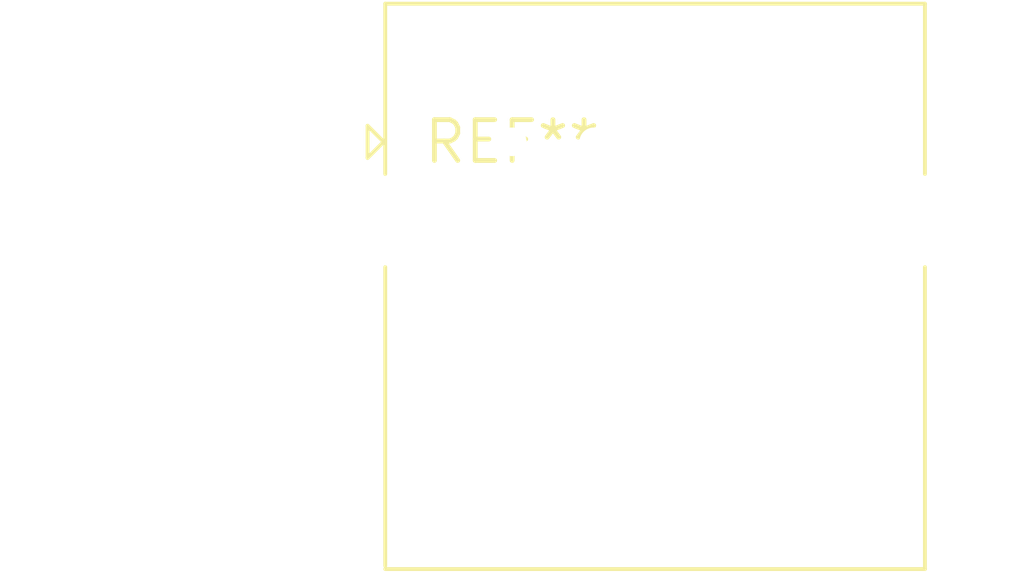
<source format=kicad_pcb>
(kicad_pcb (version 20240108) (generator pcbnew)
  (layers (0 "F.Cu" signal) (31 "B.Cu" signal) (34 "B.Paste" user) (35 "F.Paste" user) (36 "B.SilkS" user "B.Silkscreen") (37 "F.SilkS" user "F.Silkscreen") (38 "B.Mask" user) (39 "F.Mask" user) (44 "Edge.Cuts" user))
  (net 0 "")
  (footprint "RJ45_BEL_SS74301-00x_Vertical" (layer "F.Cu") (at 0 0)
    (property "Reference" "REF**")
    (property "Value" "RJ45_BEL_SS74301-00x_Vertical")
    (fp_line (start -4.5 -0.5) (end -4.5 0.5) (layer "F.SilkS") (stroke (width 0.12)))
    (fp_line (start -4.5 0.5) (end -4 0) (layer "F.SilkS") (stroke (width 0.12)))
    (fp_line (start -4 0) (end -4.5 -0.5) (layer "F.SilkS") (stroke (width 0.12)))
    (fp_line (start -3.95 -4.3) (end -3.95 1) (layer "F.SilkS") (stroke (width 0.12)))
    (fp_line (start -3.95 -4.3) (end 12.85 -4.3) (layer "F.SilkS") (stroke (width 0.12)))
    (fp_line (start -3.95 13.2) (end -3.95 3.9) (layer "F.SilkS") (stroke (width 0.12)))
    (fp_line (start -3.95 13.3) (end 12.85 13.3) (layer "F.SilkS") (stroke (width 0.12)))
    (fp_line (start 12.85 -4.3) (end 12.85 1) (layer "F.SilkS") (stroke (width 0.12)))
    (fp_line (start 12.85 13.3) (end 12.85 3.9) (layer "F.SilkS") (stroke (width 0.12)))
    (pad "" np_thru_hole circle (at -1.27 6.35) (size 3.2512 3.2512) (drill 3.2512) (layers *.Cu *.Mask))
    (pad "" np_thru_hole circle (at 10.16 6.35) (size 3.2512 3.2512) (drill 3.2512) (layers *.Cu *.Mask))
    (pad "1" thru_hole rect (at 0 0) (size 1.778 1.778) (drill 0.889) (layers *.Cu *.Mask) (remove_unused_layers))
    (pad "2" thru_hole circle (at 1.27 -2.54) (size 1.778 1.778) (drill 0.889) (layers *.Cu *.Mask) (remove_unused_layers))
    (pad "3" thru_hole circle (at 2.54 0) (size 1.778 1.778) (drill 0.889) (layers *.Cu *.Mask) (remove_unused_layers))
    (pad "4" thru_hole circle (at 3.81 -2.54) (size 1.778 1.778) (drill 0.889) (layers *.Cu *.Mask) (remove_unused_layers))
    (pad "5" thru_hole circle (at 5.08 0) (size 1.778 1.778) (drill 0.889) (layers *.Cu *.Mask) (remove_unused_layers))
    (pad "6" thru_hole circle (at 6.35 -2.54) (size 1.778 1.778) (drill 0.889) (layers *.Cu *.Mask) (remove_unused_layers))
    (pad "7" thru_hole circle (at 7.62 0) (size 1.778 1.778) (drill 0.889) (layers *.Cu *.Mask) (remove_unused_layers))
    (pad "8" thru_hole circle (at 8.89 -2.54) (size 1.778 1.778) (drill 0.889) (layers *.Cu *.Mask) (remove_unused_layers))
    (pad "9" thru_hole circle (at 10.7442 10.4648) (size 2.032 2.032) (drill 1.016) (layers *.Cu *.Mask) (remove_unused_layers))
    (pad "10" thru_hole circle (at 8.2296 10.4648) (size 2.032 2.032) (drill 1.016) (layers *.Cu *.Mask) (remove_unused_layers))
    (pad "11" thru_hole circle (at 0.635 10.4648) (size 2.032 2.032) (drill 1.016) (layers *.Cu *.Mask) (remove_unused_layers))
    (pad "12" thru_hole circle (at -1.8796 10.4648) (size 2.032 2.032) (drill 1.016) (layers *.Cu *.Mask) (remove_unused_layers))
    (pad "SH" thru_hole circle (at -3.429 2.4638) (size 2.54 2.54) (drill 1.651) (layers *.Cu *.Mask) (remove_unused_layers))
    (pad "SH" thru_hole circle (at 12.319 2.4638) (size 2.54 2.54) (drill 1.651) (layers *.Cu *.Mask) (remove_unused_layers))
  )
)
</source>
